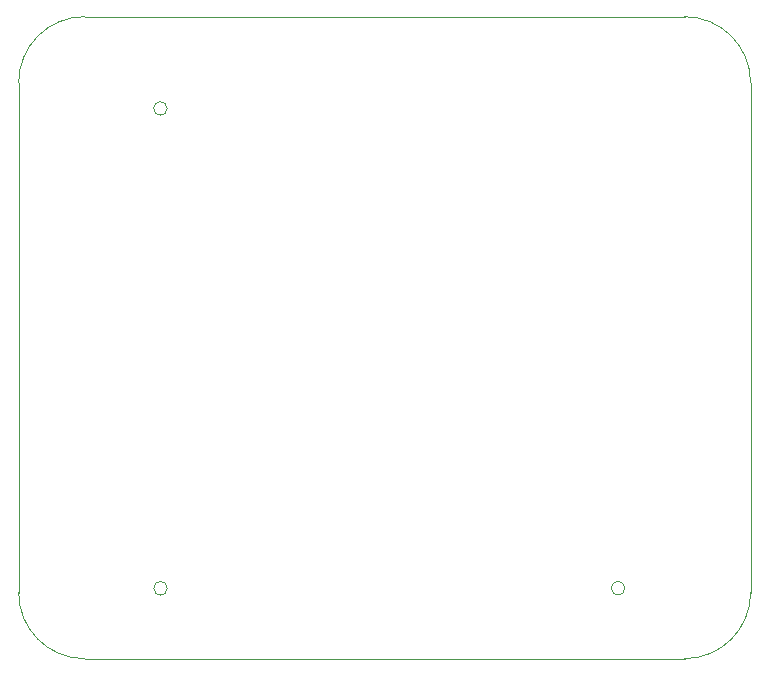
<source format=gbr>
G04 #@! TF.GenerationSoftware,KiCad,Pcbnew,5.1.5+dfsg1-2build2*
G04 #@! TF.CreationDate,2020-10-21T13:18:50+02:00*
G04 #@! TF.ProjectId,test_board,74657374-5f62-46f6-9172-642e6b696361,rev?*
G04 #@! TF.SameCoordinates,Original*
G04 #@! TF.FileFunction,Profile,NP*
%FSLAX46Y46*%
G04 Gerber Fmt 4.6, Leading zero omitted, Abs format (unit mm)*
G04 Created by KiCad (PCBNEW 5.1.5+dfsg1-2build2) date 2020-10-21 13:18:50*
%MOMM*%
%LPD*%
G04 APERTURE LIST*
%ADD10C,0.050000*%
G04 APERTURE END LIST*
D10*
X38486000Y-90070000D02*
G75*
G03X38486000Y-90070000I-576000J0D01*
G01*
X77236000Y-130690000D02*
G75*
G03X77236000Y-130690000I-576000J0D01*
G01*
X38496000Y-130700000D02*
G75*
G03X38496000Y-130700000I-576000J0D01*
G01*
X82296000Y-82296000D02*
G75*
G02X87884000Y-87884000I0J-5588000D01*
G01*
X87884000Y-131064000D02*
G75*
G02X82296000Y-136652000I-5588000J0D01*
G01*
X31496000Y-136652000D02*
G75*
G02X25908000Y-131064000I0J5588000D01*
G01*
X25908000Y-87884000D02*
G75*
G02X31496000Y-82296000I5588000J0D01*
G01*
X25908000Y-131064000D02*
X25908000Y-87884000D01*
X82296000Y-136652000D02*
X31496000Y-136652000D01*
X87884000Y-87884000D02*
X87884000Y-131064000D01*
X31496000Y-82296000D02*
X82296000Y-82296000D01*
M02*

</source>
